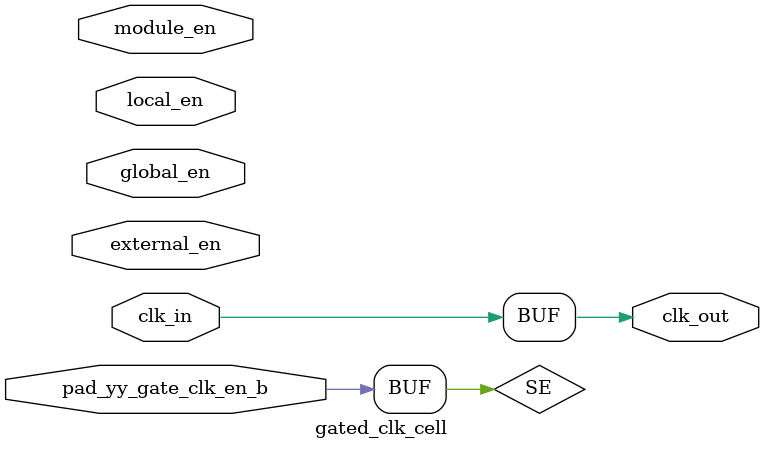
<source format=v>

/*Copyright 2018-2021 T-Head Semiconductor Co., Ltd.

Licensed under the Apache License, Version 2.0 (the "License");
you may not use this file except in compliance with the License.
You may obtain a copy of the License at

    http://www.apache.org/licenses/LICENSE-2.0

Unless required by applicable law or agreed to in writing, software
distributed under the License is distributed on an "AS IS" BASIS,
WITHOUT WARRANTIES OR CONDITIONS OF ANY KIND, either express or implied.
See the License for the specific language governing permissions and
limitations under the License.
*/

module gated_clk_cell(
  clk_in,
  global_en,
  module_en,
  local_en,
  external_en,
  pad_yy_gate_clk_en_b,
  clk_out
);

input  clk_in;
input  global_en;
input  module_en;
input  local_en;
input  external_en;
input  pad_yy_gate_clk_en_b;
output clk_out;

wire   clk_en_bf_latch;
wire   SE;

assign clk_en_bf_latch = (global_en && (module_en || local_en)) || external_en ;

// SE driven from primary input, held constant
assign SE	       = pad_yy_gate_clk_en_b;
 
// //   &Connect(    .clk_in           (clk_in), @50
// //                .SE               (SE), @51
// //                .external_en      (clk_en_bf_latch), @52
// //                .clk_out          (clk_out) @53
// //                ) ; @54
assign clk_out = clk_in;

endmodule   

</source>
